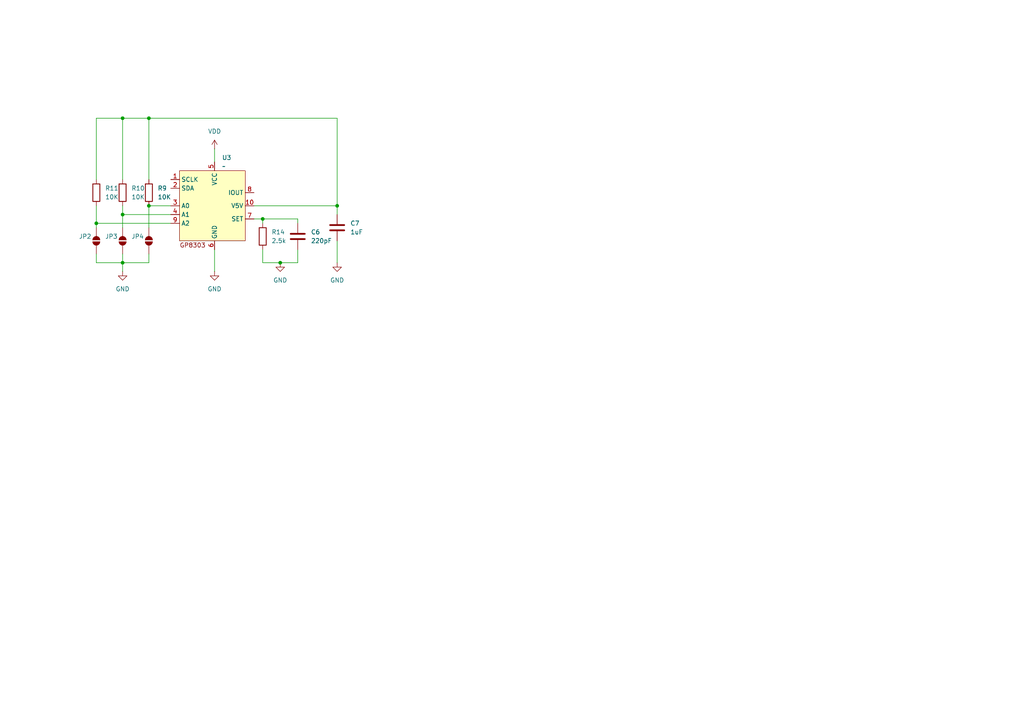
<source format=kicad_sch>
(kicad_sch
	(version 20250114)
	(generator "eeschema")
	(generator_version "9.0")
	(uuid "5851015a-67ad-49a3-81e7-2a7baa2d07e6")
	(paper "A4")
	(lib_symbols
		(symbol "Device:C"
			(pin_numbers
				(hide yes)
			)
			(pin_names
				(offset 0.254)
			)
			(exclude_from_sim no)
			(in_bom yes)
			(on_board yes)
			(property "Reference" "C"
				(at 0.635 2.54 0)
				(effects
					(font
						(size 1.27 1.27)
					)
					(justify left)
				)
			)
			(property "Value" "C"
				(at 0.635 -2.54 0)
				(effects
					(font
						(size 1.27 1.27)
					)
					(justify left)
				)
			)
			(property "Footprint" ""
				(at 0.9652 -3.81 0)
				(effects
					(font
						(size 1.27 1.27)
					)
					(hide yes)
				)
			)
			(property "Datasheet" "~"
				(at 0 0 0)
				(effects
					(font
						(size 1.27 1.27)
					)
					(hide yes)
				)
			)
			(property "Description" "Unpolarized capacitor"
				(at 0 0 0)
				(effects
					(font
						(size 1.27 1.27)
					)
					(hide yes)
				)
			)
			(property "ki_keywords" "cap capacitor"
				(at 0 0 0)
				(effects
					(font
						(size 1.27 1.27)
					)
					(hide yes)
				)
			)
			(property "ki_fp_filters" "C_*"
				(at 0 0 0)
				(effects
					(font
						(size 1.27 1.27)
					)
					(hide yes)
				)
			)
			(symbol "C_0_1"
				(polyline
					(pts
						(xy -2.032 0.762) (xy 2.032 0.762)
					)
					(stroke
						(width 0.508)
						(type default)
					)
					(fill
						(type none)
					)
				)
				(polyline
					(pts
						(xy -2.032 -0.762) (xy 2.032 -0.762)
					)
					(stroke
						(width 0.508)
						(type default)
					)
					(fill
						(type none)
					)
				)
			)
			(symbol "C_1_1"
				(pin passive line
					(at 0 3.81 270)
					(length 2.794)
					(name "~"
						(effects
							(font
								(size 1.27 1.27)
							)
						)
					)
					(number "1"
						(effects
							(font
								(size 1.27 1.27)
							)
						)
					)
				)
				(pin passive line
					(at 0 -3.81 90)
					(length 2.794)
					(name "~"
						(effects
							(font
								(size 1.27 1.27)
							)
						)
					)
					(number "2"
						(effects
							(font
								(size 1.27 1.27)
							)
						)
					)
				)
			)
			(embedded_fonts no)
		)
		(symbol "Device:R"
			(pin_numbers
				(hide yes)
			)
			(pin_names
				(offset 0)
			)
			(exclude_from_sim no)
			(in_bom yes)
			(on_board yes)
			(property "Reference" "R"
				(at 2.032 0 90)
				(effects
					(font
						(size 1.27 1.27)
					)
				)
			)
			(property "Value" "R"
				(at 0 0 90)
				(effects
					(font
						(size 1.27 1.27)
					)
				)
			)
			(property "Footprint" ""
				(at -1.778 0 90)
				(effects
					(font
						(size 1.27 1.27)
					)
					(hide yes)
				)
			)
			(property "Datasheet" "~"
				(at 0 0 0)
				(effects
					(font
						(size 1.27 1.27)
					)
					(hide yes)
				)
			)
			(property "Description" "Resistor"
				(at 0 0 0)
				(effects
					(font
						(size 1.27 1.27)
					)
					(hide yes)
				)
			)
			(property "ki_keywords" "R res resistor"
				(at 0 0 0)
				(effects
					(font
						(size 1.27 1.27)
					)
					(hide yes)
				)
			)
			(property "ki_fp_filters" "R_*"
				(at 0 0 0)
				(effects
					(font
						(size 1.27 1.27)
					)
					(hide yes)
				)
			)
			(symbol "R_0_1"
				(rectangle
					(start -1.016 -2.54)
					(end 1.016 2.54)
					(stroke
						(width 0.254)
						(type default)
					)
					(fill
						(type none)
					)
				)
			)
			(symbol "R_1_1"
				(pin passive line
					(at 0 3.81 270)
					(length 1.27)
					(name "~"
						(effects
							(font
								(size 1.27 1.27)
							)
						)
					)
					(number "1"
						(effects
							(font
								(size 1.27 1.27)
							)
						)
					)
				)
				(pin passive line
					(at 0 -3.81 90)
					(length 1.27)
					(name "~"
						(effects
							(font
								(size 1.27 1.27)
							)
						)
					)
					(number "2"
						(effects
							(font
								(size 1.27 1.27)
							)
						)
					)
				)
			)
			(embedded_fonts no)
		)
		(symbol "Jumper:SolderJumper_2_Open"
			(pin_numbers
				(hide yes)
			)
			(pin_names
				(offset 0)
				(hide yes)
			)
			(exclude_from_sim no)
			(in_bom no)
			(on_board yes)
			(property "Reference" "JP"
				(at 0 2.032 0)
				(effects
					(font
						(size 1.27 1.27)
					)
				)
			)
			(property "Value" "SolderJumper_2_Open"
				(at 0 -2.54 0)
				(effects
					(font
						(size 1.27 1.27)
					)
				)
			)
			(property "Footprint" ""
				(at 0 0 0)
				(effects
					(font
						(size 1.27 1.27)
					)
					(hide yes)
				)
			)
			(property "Datasheet" "~"
				(at 0 0 0)
				(effects
					(font
						(size 1.27 1.27)
					)
					(hide yes)
				)
			)
			(property "Description" "Solder Jumper, 2-pole, open"
				(at 0 0 0)
				(effects
					(font
						(size 1.27 1.27)
					)
					(hide yes)
				)
			)
			(property "ki_keywords" "solder jumper SPST"
				(at 0 0 0)
				(effects
					(font
						(size 1.27 1.27)
					)
					(hide yes)
				)
			)
			(property "ki_fp_filters" "SolderJumper*Open*"
				(at 0 0 0)
				(effects
					(font
						(size 1.27 1.27)
					)
					(hide yes)
				)
			)
			(symbol "SolderJumper_2_Open_0_1"
				(polyline
					(pts
						(xy -0.254 1.016) (xy -0.254 -1.016)
					)
					(stroke
						(width 0)
						(type default)
					)
					(fill
						(type none)
					)
				)
				(arc
					(start -0.254 -1.016)
					(mid -1.2656 0)
					(end -0.254 1.016)
					(stroke
						(width 0)
						(type default)
					)
					(fill
						(type none)
					)
				)
				(arc
					(start -0.254 -1.016)
					(mid -1.2656 0)
					(end -0.254 1.016)
					(stroke
						(width 0)
						(type default)
					)
					(fill
						(type outline)
					)
				)
				(arc
					(start 0.254 1.016)
					(mid 1.2656 0)
					(end 0.254 -1.016)
					(stroke
						(width 0)
						(type default)
					)
					(fill
						(type none)
					)
				)
				(arc
					(start 0.254 1.016)
					(mid 1.2656 0)
					(end 0.254 -1.016)
					(stroke
						(width 0)
						(type default)
					)
					(fill
						(type outline)
					)
				)
				(polyline
					(pts
						(xy 0.254 1.016) (xy 0.254 -1.016)
					)
					(stroke
						(width 0)
						(type default)
					)
					(fill
						(type none)
					)
				)
			)
			(symbol "SolderJumper_2_Open_1_1"
				(pin passive line
					(at -3.81 0 0)
					(length 2.54)
					(name "A"
						(effects
							(font
								(size 1.27 1.27)
							)
						)
					)
					(number "1"
						(effects
							(font
								(size 1.27 1.27)
							)
						)
					)
				)
				(pin passive line
					(at 3.81 0 180)
					(length 2.54)
					(name "B"
						(effects
							(font
								(size 1.27 1.27)
							)
						)
					)
					(number "2"
						(effects
							(font
								(size 1.27 1.27)
							)
						)
					)
				)
			)
			(embedded_fonts no)
		)
		(symbol "Riqi_Parts:GP8303"
			(exclude_from_sim no)
			(in_bom yes)
			(on_board yes)
			(property "Reference" "U"
				(at 0 0 0)
				(effects
					(font
						(size 1.27 1.27)
					)
				)
			)
			(property "Value" ""
				(at 0 0 0)
				(effects
					(font
						(size 1.27 1.27)
					)
				)
			)
			(property "Footprint" "Package_SO:SSOP-10-1EP_3.9x4.9mm_P1mm_EP2.1x3.3mm"
				(at 0 0 0)
				(effects
					(font
						(size 1.27 1.27)
					)
					(hide yes)
				)
			)
			(property "Datasheet" "https://lcsc.com/datasheet/lcsc_datasheet_2410121459_Guestgood-GP8303-TC50-EW_C3445809.pdf"
				(at 0 0 0)
				(effects
					(font
						(size 1.27 1.27)
					)
					(hide yes)
				)
			)
			(property "Description" ""
				(at 0 0 0)
				(effects
					(font
						(size 1.27 1.27)
					)
					(hide yes)
				)
			)
			(symbol "GP8303_1_1"
				(rectangle
					(start -1.27 -1.27)
					(end 17.78 -21.59)
					(stroke
						(width 0)
						(type solid)
					)
					(fill
						(type background)
					)
				)
				(text "GP8303"
					(at 2.54 -22.86 0)
					(effects
						(font
							(size 1.27 1.27)
						)
					)
				)
				(pin input line
					(at -3.81 -3.81 0)
					(length 2.54)
					(name "SCLK"
						(effects
							(font
								(size 1.27 1.27)
							)
						)
					)
					(number "1"
						(effects
							(font
								(size 1.27 1.27)
							)
						)
					)
				)
				(pin input line
					(at -3.81 -6.35 0)
					(length 2.54)
					(name "SDA"
						(effects
							(font
								(size 1.27 1.27)
							)
						)
					)
					(number "2"
						(effects
							(font
								(size 1.27 1.27)
							)
						)
					)
				)
				(pin input line
					(at -3.81 -11.43 0)
					(length 2.54)
					(name "A0"
						(effects
							(font
								(size 1.27 1.27)
							)
						)
					)
					(number "3"
						(effects
							(font
								(size 1.27 1.27)
							)
						)
					)
				)
				(pin input line
					(at -3.81 -13.97 0)
					(length 2.54)
					(name "A1"
						(effects
							(font
								(size 1.27 1.27)
							)
						)
					)
					(number "4"
						(effects
							(font
								(size 1.27 1.27)
							)
						)
					)
				)
				(pin input line
					(at -3.81 -16.51 0)
					(length 2.54)
					(name "A2"
						(effects
							(font
								(size 1.27 1.27)
							)
						)
					)
					(number "9"
						(effects
							(font
								(size 1.27 1.27)
							)
						)
					)
				)
				(pin input line
					(at 8.89 1.27 270)
					(length 2.54)
					(name "VCC"
						(effects
							(font
								(size 1.27 1.27)
							)
						)
					)
					(number "5"
						(effects
							(font
								(size 1.27 1.27)
							)
						)
					)
				)
				(pin input line
					(at 8.89 -24.13 90)
					(length 2.54)
					(name "GND"
						(effects
							(font
								(size 1.27 1.27)
							)
						)
					)
					(number "6"
						(effects
							(font
								(size 1.27 1.27)
							)
						)
					)
				)
				(pin output line
					(at 20.32 -7.62 180)
					(length 2.54)
					(name "IOUT"
						(effects
							(font
								(size 1.27 1.27)
							)
						)
					)
					(number "8"
						(effects
							(font
								(size 1.27 1.27)
							)
						)
					)
				)
				(pin output line
					(at 20.32 -11.43 180)
					(length 2.54)
					(name "V5V"
						(effects
							(font
								(size 1.27 1.27)
							)
						)
					)
					(number "10"
						(effects
							(font
								(size 1.27 1.27)
							)
						)
					)
				)
				(pin output line
					(at 20.32 -15.24 180)
					(length 2.54)
					(name "SET"
						(effects
							(font
								(size 1.27 1.27)
							)
						)
					)
					(number "7"
						(effects
							(font
								(size 1.27 1.27)
							)
						)
					)
				)
			)
			(embedded_fonts no)
		)
		(symbol "power:GND"
			(power)
			(pin_numbers
				(hide yes)
			)
			(pin_names
				(offset 0)
				(hide yes)
			)
			(exclude_from_sim no)
			(in_bom yes)
			(on_board yes)
			(property "Reference" "#PWR"
				(at 0 -6.35 0)
				(effects
					(font
						(size 1.27 1.27)
					)
					(hide yes)
				)
			)
			(property "Value" "GND"
				(at 0 -3.81 0)
				(effects
					(font
						(size 1.27 1.27)
					)
				)
			)
			(property "Footprint" ""
				(at 0 0 0)
				(effects
					(font
						(size 1.27 1.27)
					)
					(hide yes)
				)
			)
			(property "Datasheet" ""
				(at 0 0 0)
				(effects
					(font
						(size 1.27 1.27)
					)
					(hide yes)
				)
			)
			(property "Description" "Power symbol creates a global label with name \"GND\" , ground"
				(at 0 0 0)
				(effects
					(font
						(size 1.27 1.27)
					)
					(hide yes)
				)
			)
			(property "ki_keywords" "global power"
				(at 0 0 0)
				(effects
					(font
						(size 1.27 1.27)
					)
					(hide yes)
				)
			)
			(symbol "GND_0_1"
				(polyline
					(pts
						(xy 0 0) (xy 0 -1.27) (xy 1.27 -1.27) (xy 0 -2.54) (xy -1.27 -1.27) (xy 0 -1.27)
					)
					(stroke
						(width 0)
						(type default)
					)
					(fill
						(type none)
					)
				)
			)
			(symbol "GND_1_1"
				(pin power_in line
					(at 0 0 270)
					(length 0)
					(name "~"
						(effects
							(font
								(size 1.27 1.27)
							)
						)
					)
					(number "1"
						(effects
							(font
								(size 1.27 1.27)
							)
						)
					)
				)
			)
			(embedded_fonts no)
		)
		(symbol "power:VDD"
			(power)
			(pin_numbers
				(hide yes)
			)
			(pin_names
				(offset 0)
				(hide yes)
			)
			(exclude_from_sim no)
			(in_bom yes)
			(on_board yes)
			(property "Reference" "#PWR"
				(at 0 -3.81 0)
				(effects
					(font
						(size 1.27 1.27)
					)
					(hide yes)
				)
			)
			(property "Value" "VDD"
				(at 0 3.556 0)
				(effects
					(font
						(size 1.27 1.27)
					)
				)
			)
			(property "Footprint" ""
				(at 0 0 0)
				(effects
					(font
						(size 1.27 1.27)
					)
					(hide yes)
				)
			)
			(property "Datasheet" ""
				(at 0 0 0)
				(effects
					(font
						(size 1.27 1.27)
					)
					(hide yes)
				)
			)
			(property "Description" "Power symbol creates a global label with name \"VDD\""
				(at 0 0 0)
				(effects
					(font
						(size 1.27 1.27)
					)
					(hide yes)
				)
			)
			(property "ki_keywords" "global power"
				(at 0 0 0)
				(effects
					(font
						(size 1.27 1.27)
					)
					(hide yes)
				)
			)
			(symbol "VDD_0_1"
				(polyline
					(pts
						(xy -0.762 1.27) (xy 0 2.54)
					)
					(stroke
						(width 0)
						(type default)
					)
					(fill
						(type none)
					)
				)
				(polyline
					(pts
						(xy 0 2.54) (xy 0.762 1.27)
					)
					(stroke
						(width 0)
						(type default)
					)
					(fill
						(type none)
					)
				)
				(polyline
					(pts
						(xy 0 0) (xy 0 2.54)
					)
					(stroke
						(width 0)
						(type default)
					)
					(fill
						(type none)
					)
				)
			)
			(symbol "VDD_1_1"
				(pin power_in line
					(at 0 0 90)
					(length 0)
					(name "~"
						(effects
							(font
								(size 1.27 1.27)
							)
						)
					)
					(number "1"
						(effects
							(font
								(size 1.27 1.27)
							)
						)
					)
				)
			)
			(embedded_fonts no)
		)
	)
	(junction
		(at 43.18 34.29)
		(diameter 0)
		(color 0 0 0 0)
		(uuid "1483b53a-ce72-425d-b2fb-8c3bfdaeba1e")
	)
	(junction
		(at 76.2 63.5)
		(diameter 0)
		(color 0 0 0 0)
		(uuid "1514ee19-4a83-44f9-9f12-83e36c594285")
	)
	(junction
		(at 81.28 76.2)
		(diameter 0)
		(color 0 0 0 0)
		(uuid "15e16c8c-20da-48cd-92d3-19afbf948ca6")
	)
	(junction
		(at 43.18 59.69)
		(diameter 0)
		(color 0 0 0 0)
		(uuid "28be4fd8-84f2-422b-a8d2-a7743a6e68c9")
	)
	(junction
		(at 97.79 59.69)
		(diameter 0)
		(color 0 0 0 0)
		(uuid "710d47e7-d7d5-4767-8100-348a346fe3e9")
	)
	(junction
		(at 35.56 34.29)
		(diameter 0)
		(color 0 0 0 0)
		(uuid "828fe75b-4860-4ea3-9b56-5e851a4cf230")
	)
	(junction
		(at 27.94 64.77)
		(diameter 0)
		(color 0 0 0 0)
		(uuid "982d4c27-b268-48ff-b153-a81e8eada352")
	)
	(junction
		(at 35.56 76.2)
		(diameter 0)
		(color 0 0 0 0)
		(uuid "de68ff61-ab8f-416d-8629-c2bd66deefa9")
	)
	(junction
		(at 35.56 62.23)
		(diameter 0)
		(color 0 0 0 0)
		(uuid "ece5b8f2-a9ed-4e92-92cd-05c887a50c07")
	)
	(wire
		(pts
			(xy 35.56 73.66) (xy 35.56 76.2)
		)
		(stroke
			(width 0)
			(type default)
		)
		(uuid "05156d79-8398-4d35-9b02-9ed245d150d9")
	)
	(wire
		(pts
			(xy 35.56 52.07) (xy 35.56 34.29)
		)
		(stroke
			(width 0)
			(type default)
		)
		(uuid "21e0b36a-2a0e-496c-9506-d75f70be9234")
	)
	(wire
		(pts
			(xy 73.66 63.5) (xy 76.2 63.5)
		)
		(stroke
			(width 0)
			(type default)
		)
		(uuid "2c719df0-7107-4e96-8f7c-7ca8d0d1a4b6")
	)
	(wire
		(pts
			(xy 27.94 73.66) (xy 27.94 76.2)
		)
		(stroke
			(width 0)
			(type default)
		)
		(uuid "2ebd3b29-57ba-4cbb-af86-4e1dcaa55cfc")
	)
	(wire
		(pts
			(xy 86.36 72.39) (xy 86.36 76.2)
		)
		(stroke
			(width 0)
			(type default)
		)
		(uuid "3d4ed7bd-7a03-4b31-9664-572fba4f86c0")
	)
	(wire
		(pts
			(xy 27.94 64.77) (xy 27.94 66.04)
		)
		(stroke
			(width 0)
			(type default)
		)
		(uuid "40b350c2-e25e-47aa-887b-0b9f133493c5")
	)
	(wire
		(pts
			(xy 35.56 62.23) (xy 35.56 66.04)
		)
		(stroke
			(width 0)
			(type default)
		)
		(uuid "4d94e4a8-1e22-41a8-925e-b7885e83f995")
	)
	(wire
		(pts
			(xy 86.36 76.2) (xy 81.28 76.2)
		)
		(stroke
			(width 0)
			(type default)
		)
		(uuid "59fecc62-7237-4bf9-affc-114027b519a4")
	)
	(wire
		(pts
			(xy 35.56 76.2) (xy 43.18 76.2)
		)
		(stroke
			(width 0)
			(type default)
		)
		(uuid "61e619d2-37a8-4694-b02f-94c4f7529071")
	)
	(wire
		(pts
			(xy 76.2 63.5) (xy 86.36 63.5)
		)
		(stroke
			(width 0)
			(type default)
		)
		(uuid "6dbc13a7-e245-4f59-b88a-82f880689e80")
	)
	(wire
		(pts
			(xy 73.66 59.69) (xy 97.79 59.69)
		)
		(stroke
			(width 0)
			(type default)
		)
		(uuid "7182fa5e-fd81-4769-9586-4875c09db57a")
	)
	(wire
		(pts
			(xy 97.79 62.23) (xy 97.79 59.69)
		)
		(stroke
			(width 0)
			(type default)
		)
		(uuid "74968e71-2e87-4c31-bb16-c834f01b9181")
	)
	(wire
		(pts
			(xy 27.94 52.07) (xy 27.94 34.29)
		)
		(stroke
			(width 0)
			(type default)
		)
		(uuid "86b53324-d018-4a13-8d7a-41e51d3577c7")
	)
	(wire
		(pts
			(xy 27.94 34.29) (xy 35.56 34.29)
		)
		(stroke
			(width 0)
			(type default)
		)
		(uuid "90589d06-685e-4ed9-b1e9-d851d2adc65e")
	)
	(wire
		(pts
			(xy 97.79 34.29) (xy 97.79 59.69)
		)
		(stroke
			(width 0)
			(type default)
		)
		(uuid "91180196-99ff-41bb-8d7f-937a333d650d")
	)
	(wire
		(pts
			(xy 27.94 76.2) (xy 35.56 76.2)
		)
		(stroke
			(width 0)
			(type default)
		)
		(uuid "91b1796c-3469-4434-98ac-e37337da7c6d")
	)
	(wire
		(pts
			(xy 35.56 59.69) (xy 35.56 62.23)
		)
		(stroke
			(width 0)
			(type default)
		)
		(uuid "95bcebbf-ba23-4a0f-b98f-5598b35364f9")
	)
	(wire
		(pts
			(xy 62.23 72.39) (xy 62.23 78.74)
		)
		(stroke
			(width 0)
			(type default)
		)
		(uuid "992c68d4-5983-4f70-8dd1-3343529126be")
	)
	(wire
		(pts
			(xy 43.18 59.69) (xy 49.53 59.69)
		)
		(stroke
			(width 0)
			(type default)
		)
		(uuid "9e6452d0-daf7-4f26-97ed-1bc1865bf880")
	)
	(wire
		(pts
			(xy 35.56 34.29) (xy 43.18 34.29)
		)
		(stroke
			(width 0)
			(type default)
		)
		(uuid "9f7bbf81-eb7f-4782-98c1-e1ef36758338")
	)
	(wire
		(pts
			(xy 43.18 59.69) (xy 43.18 66.04)
		)
		(stroke
			(width 0)
			(type default)
		)
		(uuid "adad24e1-5a69-4d5d-9721-56857677ee57")
	)
	(wire
		(pts
			(xy 27.94 59.69) (xy 27.94 64.77)
		)
		(stroke
			(width 0)
			(type default)
		)
		(uuid "add415bb-b3dd-4ff2-84a6-2f2e9cb0b2b7")
	)
	(wire
		(pts
			(xy 97.79 69.85) (xy 97.79 76.2)
		)
		(stroke
			(width 0)
			(type default)
		)
		(uuid "b4e105fc-3efb-4ca9-8b1d-fd8ce770ab9d")
	)
	(wire
		(pts
			(xy 43.18 34.29) (xy 97.79 34.29)
		)
		(stroke
			(width 0)
			(type default)
		)
		(uuid "b8681cb4-1bf2-4467-87f5-80fe125599c4")
	)
	(wire
		(pts
			(xy 62.23 43.18) (xy 62.23 46.99)
		)
		(stroke
			(width 0)
			(type default)
		)
		(uuid "b9963ac7-ec17-45f7-8f71-0527b01cb628")
	)
	(wire
		(pts
			(xy 76.2 63.5) (xy 76.2 64.77)
		)
		(stroke
			(width 0)
			(type default)
		)
		(uuid "c5c294ab-4d19-4a28-8339-28a8bf0dfa4a")
	)
	(wire
		(pts
			(xy 76.2 72.39) (xy 76.2 76.2)
		)
		(stroke
			(width 0)
			(type default)
		)
		(uuid "c6064c05-d813-4756-8b05-2a4bbeb6fd49")
	)
	(wire
		(pts
			(xy 43.18 73.66) (xy 43.18 76.2)
		)
		(stroke
			(width 0)
			(type default)
		)
		(uuid "d1ff87cc-e233-4835-97f1-6bc7475ca2e5")
	)
	(wire
		(pts
			(xy 35.56 76.2) (xy 35.56 78.74)
		)
		(stroke
			(width 0)
			(type default)
		)
		(uuid "d2fadd98-d64f-40e2-8ff7-2235bb3c8153")
	)
	(wire
		(pts
			(xy 27.94 64.77) (xy 49.53 64.77)
		)
		(stroke
			(width 0)
			(type default)
		)
		(uuid "d5bd0c5e-3e62-4ae6-ae7f-a0470b6ccdc1")
	)
	(wire
		(pts
			(xy 35.56 62.23) (xy 49.53 62.23)
		)
		(stroke
			(width 0)
			(type default)
		)
		(uuid "f795a06a-fc8e-47b3-9d9e-644efbe5c75e")
	)
	(wire
		(pts
			(xy 76.2 76.2) (xy 81.28 76.2)
		)
		(stroke
			(width 0)
			(type default)
		)
		(uuid "fa094444-aeef-49fa-b864-8d405e0de8ae")
	)
	(wire
		(pts
			(xy 86.36 64.77) (xy 86.36 63.5)
		)
		(stroke
			(width 0)
			(type default)
		)
		(uuid "fb87c5bb-d4b1-495f-aeeb-35abebb2822f")
	)
	(wire
		(pts
			(xy 43.18 52.07) (xy 43.18 34.29)
		)
		(stroke
			(width 0)
			(type default)
		)
		(uuid "fd371a26-8026-44e8-9276-100b4ec2e4e9")
	)
	(symbol
		(lib_id "Riqi_Parts:GP8303")
		(at 53.34 48.26 0)
		(unit 1)
		(exclude_from_sim no)
		(in_bom yes)
		(on_board yes)
		(dnp no)
		(fields_autoplaced yes)
		(uuid "007c8415-3d08-4638-960c-d4e6ceb71c1c")
		(property "Reference" "U3"
			(at 64.3733 45.72 0)
			(effects
				(font
					(size 1.27 1.27)
				)
				(justify left)
			)
		)
		(property "Value" "~"
			(at 64.3733 48.26 0)
			(effects
				(font
					(size 1.27 1.27)
				)
				(justify left)
			)
		)
		(property "Footprint" "Package_SO:SSOP-10-1EP_3.9x4.9mm_P1mm_EP2.1x3.3mm"
			(at 53.34 48.26 0)
			(effects
				(font
					(size 1.27 1.27)
				)
				(hide yes)
			)
		)
		(property "Datasheet" "https://lcsc.com/datasheet/lcsc_datasheet_2410121459_Guestgood-GP8303-TC50-EW_C3445809.pdf"
			(at 53.34 48.26 0)
			(effects
				(font
					(size 1.27 1.27)
				)
				(hide yes)
			)
		)
		(property "Description" ""
			(at 53.34 48.26 0)
			(effects
				(font
					(size 1.27 1.27)
				)
				(hide yes)
			)
		)
		(pin "4"
			(uuid "fd1ef693-8ffe-4b2d-b956-22e8a02e38ae")
		)
		(pin "3"
			(uuid "9b26f199-f01f-4d19-a7ce-c22d4326d0bb")
		)
		(pin "7"
			(uuid "b0943bc5-7c1e-4055-a13b-8818c7985fb8")
		)
		(pin "1"
			(uuid "6a510f9e-9fa2-46f0-8113-0ccacfdde44c")
		)
		(pin "5"
			(uuid "6526d7c7-fa39-4f51-a0c7-555c393e5984")
		)
		(pin "6"
			(uuid "8e6dd54e-fbba-42ce-81ff-ebcba15ff08a")
		)
		(pin "9"
			(uuid "d6b2f7d9-588d-439e-8003-fd6a3859d700")
		)
		(pin "8"
			(uuid "5c2f88a3-da3d-49aa-ae3b-1d37ea5970c1")
		)
		(pin "2"
			(uuid "05e097c5-8771-414d-9cea-dfa5c578b812")
		)
		(pin "10"
			(uuid "95140aa7-2de8-4426-b0d7-f41de7ce050b")
		)
		(instances
			(project "NIVARA"
				(path "/3316800a-fcca-41ca-9023-20b291ea5b86/c0cd373c-de7c-400a-b964-13d674a357ce/7ca2ab17-9c0c-4ac1-bb9d-b00bb7e3789b"
					(reference "U3")
					(unit 1)
				)
			)
		)
	)
	(symbol
		(lib_id "power:GND")
		(at 62.23 78.74 0)
		(unit 1)
		(exclude_from_sim no)
		(in_bom yes)
		(on_board yes)
		(dnp no)
		(fields_autoplaced yes)
		(uuid "0b7be21f-607b-4efa-a89d-cec6a0dbb527")
		(property "Reference" "#PWR034"
			(at 62.23 85.09 0)
			(effects
				(font
					(size 1.27 1.27)
				)
				(hide yes)
			)
		)
		(property "Value" "GND"
			(at 62.23 83.82 0)
			(effects
				(font
					(size 1.27 1.27)
				)
			)
		)
		(property "Footprint" ""
			(at 62.23 78.74 0)
			(effects
				(font
					(size 1.27 1.27)
				)
				(hide yes)
			)
		)
		(property "Datasheet" ""
			(at 62.23 78.74 0)
			(effects
				(font
					(size 1.27 1.27)
				)
				(hide yes)
			)
		)
		(property "Description" "Power symbol creates a global label with name \"GND\" , ground"
			(at 62.23 78.74 0)
			(effects
				(font
					(size 1.27 1.27)
				)
				(hide yes)
			)
		)
		(pin "1"
			(uuid "80f611f1-921c-4e34-a31c-bda869e80f66")
		)
		(instances
			(project "NIVARA"
				(path "/3316800a-fcca-41ca-9023-20b291ea5b86/c0cd373c-de7c-400a-b964-13d674a357ce/7ca2ab17-9c0c-4ac1-bb9d-b00bb7e3789b"
					(reference "#PWR034")
					(unit 1)
				)
			)
		)
	)
	(symbol
		(lib_id "power:VDD")
		(at 62.23 43.18 0)
		(unit 1)
		(exclude_from_sim no)
		(in_bom yes)
		(on_board yes)
		(dnp no)
		(fields_autoplaced yes)
		(uuid "1ca8209e-3d4a-4fea-9141-d10af8e40912")
		(property "Reference" "#PWR015"
			(at 62.23 46.99 0)
			(effects
				(font
					(size 1.27 1.27)
				)
				(hide yes)
			)
		)
		(property "Value" "VDD"
			(at 62.23 38.1 0)
			(effects
				(font
					(size 1.27 1.27)
				)
			)
		)
		(property "Footprint" ""
			(at 62.23 43.18 0)
			(effects
				(font
					(size 1.27 1.27)
				)
				(hide yes)
			)
		)
		(property "Datasheet" ""
			(at 62.23 43.18 0)
			(effects
				(font
					(size 1.27 1.27)
				)
				(hide yes)
			)
		)
		(property "Description" "Power symbol creates a global label with name \"VDD\""
			(at 62.23 43.18 0)
			(effects
				(font
					(size 1.27 1.27)
				)
				(hide yes)
			)
		)
		(pin "1"
			(uuid "be7c0af1-58b1-406c-a1e5-ecb2da48a3ee")
		)
		(instances
			(project ""
				(path "/3316800a-fcca-41ca-9023-20b291ea5b86/c0cd373c-de7c-400a-b964-13d674a357ce/7ca2ab17-9c0c-4ac1-bb9d-b00bb7e3789b"
					(reference "#PWR015")
					(unit 1)
				)
			)
		)
	)
	(symbol
		(lib_id "power:GND")
		(at 35.56 78.74 0)
		(unit 1)
		(exclude_from_sim no)
		(in_bom yes)
		(on_board yes)
		(dnp no)
		(fields_autoplaced yes)
		(uuid "37cbe913-8f69-41dc-9a8f-3ec97a876ceb")
		(property "Reference" "#PWR033"
			(at 35.56 85.09 0)
			(effects
				(font
					(size 1.27 1.27)
				)
				(hide yes)
			)
		)
		(property "Value" "GND"
			(at 35.56 83.82 0)
			(effects
				(font
					(size 1.27 1.27)
				)
			)
		)
		(property "Footprint" ""
			(at 35.56 78.74 0)
			(effects
				(font
					(size 1.27 1.27)
				)
				(hide yes)
			)
		)
		(property "Datasheet" ""
			(at 35.56 78.74 0)
			(effects
				(font
					(size 1.27 1.27)
				)
				(hide yes)
			)
		)
		(property "Description" "Power symbol creates a global label with name \"GND\" , ground"
			(at 35.56 78.74 0)
			(effects
				(font
					(size 1.27 1.27)
				)
				(hide yes)
			)
		)
		(pin "1"
			(uuid "77c8a16b-a1c8-46ec-ad18-a6b4dff4837c")
		)
		(instances
			(project "NIVARA"
				(path "/3316800a-fcca-41ca-9023-20b291ea5b86/c0cd373c-de7c-400a-b964-13d674a357ce/7ca2ab17-9c0c-4ac1-bb9d-b00bb7e3789b"
					(reference "#PWR033")
					(unit 1)
				)
			)
		)
	)
	(symbol
		(lib_id "Device:R")
		(at 35.56 55.88 0)
		(unit 1)
		(exclude_from_sim no)
		(in_bom yes)
		(on_board yes)
		(dnp no)
		(fields_autoplaced yes)
		(uuid "456eacd6-bfe8-4659-954b-7dd5dc2274f5")
		(property "Reference" "R10"
			(at 38.1 54.6099 0)
			(effects
				(font
					(size 1.27 1.27)
				)
				(justify left)
			)
		)
		(property "Value" "10K"
			(at 38.1 57.1499 0)
			(effects
				(font
					(size 1.27 1.27)
				)
				(justify left)
			)
		)
		(property "Footprint" ""
			(at 33.782 55.88 90)
			(effects
				(font
					(size 1.27 1.27)
				)
				(hide yes)
			)
		)
		(property "Datasheet" "~"
			(at 35.56 55.88 0)
			(effects
				(font
					(size 1.27 1.27)
				)
				(hide yes)
			)
		)
		(property "Description" "Resistor"
			(at 35.56 55.88 0)
			(effects
				(font
					(size 1.27 1.27)
				)
				(hide yes)
			)
		)
		(pin "2"
			(uuid "07b28f02-6925-4aed-962c-ea70d393a944")
		)
		(pin "1"
			(uuid "32cde05c-974e-4107-9ce3-2bb02c0ac3af")
		)
		(instances
			(project "NIVARA"
				(path "/3316800a-fcca-41ca-9023-20b291ea5b86/c0cd373c-de7c-400a-b964-13d674a357ce/7ca2ab17-9c0c-4ac1-bb9d-b00bb7e3789b"
					(reference "R10")
					(unit 1)
				)
			)
		)
	)
	(symbol
		(lib_id "Jumper:SolderJumper_2_Open")
		(at 35.56 69.85 90)
		(unit 1)
		(exclude_from_sim no)
		(in_bom no)
		(on_board yes)
		(dnp no)
		(uuid "4a59fcc3-4751-45c4-9c24-c5bc32ca0640")
		(property "Reference" "JP3"
			(at 30.48 68.58 90)
			(effects
				(font
					(size 1.27 1.27)
				)
				(justify right)
			)
		)
		(property "Value" "SolderJumper_2_Open"
			(at 38.1 71.1199 90)
			(effects
				(font
					(size 1.27 1.27)
				)
				(justify right)
				(hide yes)
			)
		)
		(property "Footprint" "Jumper:SolderJumper-2_P1.3mm_Open_Pad1.0x1.5mm"
			(at 35.56 69.85 0)
			(effects
				(font
					(size 1.27 1.27)
				)
				(hide yes)
			)
		)
		(property "Datasheet" "~"
			(at 35.56 69.85 0)
			(effects
				(font
					(size 1.27 1.27)
				)
				(hide yes)
			)
		)
		(property "Description" "Solder Jumper, 2-pole, open"
			(at 35.56 69.85 0)
			(effects
				(font
					(size 1.27 1.27)
				)
				(hide yes)
			)
		)
		(pin "1"
			(uuid "72b626b6-2ea4-4b88-936a-e26ffa72cfda")
		)
		(pin "2"
			(uuid "4b8fc940-156c-435e-b0ac-f81dbab035bd")
		)
		(instances
			(project "NIVARA"
				(path "/3316800a-fcca-41ca-9023-20b291ea5b86/c0cd373c-de7c-400a-b964-13d674a357ce/7ca2ab17-9c0c-4ac1-bb9d-b00bb7e3789b"
					(reference "JP3")
					(unit 1)
				)
			)
		)
	)
	(symbol
		(lib_id "Device:R")
		(at 76.2 68.58 0)
		(unit 1)
		(exclude_from_sim no)
		(in_bom yes)
		(on_board yes)
		(dnp no)
		(fields_autoplaced yes)
		(uuid "5adf58bb-d962-4ad8-8289-65d380ca31d7")
		(property "Reference" "R14"
			(at 78.74 67.3099 0)
			(effects
				(font
					(size 1.27 1.27)
				)
				(justify left)
			)
		)
		(property "Value" "2.5k"
			(at 78.74 69.8499 0)
			(effects
				(font
					(size 1.27 1.27)
				)
				(justify left)
			)
		)
		(property "Footprint" "Resistor_SMD:R_0603_1608Metric"
			(at 74.422 68.58 90)
			(effects
				(font
					(size 1.27 1.27)
				)
				(hide yes)
			)
		)
		(property "Datasheet" "~"
			(at 76.2 68.58 0)
			(effects
				(font
					(size 1.27 1.27)
				)
				(hide yes)
			)
		)
		(property "Description" "Resistor"
			(at 76.2 68.58 0)
			(effects
				(font
					(size 1.27 1.27)
				)
				(hide yes)
			)
		)
		(pin "2"
			(uuid "830a4fc7-a857-49d8-9ef5-3f38f9a55a8d")
		)
		(pin "1"
			(uuid "89469df5-0cbf-401b-a5d8-9dd5ae8e68cb")
		)
		(instances
			(project "NIVARA"
				(path "/3316800a-fcca-41ca-9023-20b291ea5b86/c0cd373c-de7c-400a-b964-13d674a357ce/7ca2ab17-9c0c-4ac1-bb9d-b00bb7e3789b"
					(reference "R14")
					(unit 1)
				)
			)
		)
	)
	(symbol
		(lib_id "Device:C")
		(at 97.79 66.04 0)
		(unit 1)
		(exclude_from_sim no)
		(in_bom yes)
		(on_board yes)
		(dnp no)
		(fields_autoplaced yes)
		(uuid "76c0ce2a-efb2-43cf-acfe-569396b81e2e")
		(property "Reference" "C7"
			(at 101.6 64.7699 0)
			(effects
				(font
					(size 1.27 1.27)
				)
				(justify left)
			)
		)
		(property "Value" "1uF"
			(at 101.6 67.3099 0)
			(effects
				(font
					(size 1.27 1.27)
				)
				(justify left)
			)
		)
		(property "Footprint" "Capacitor_SMD:C_0402_1005Metric"
			(at 98.7552 69.85 0)
			(effects
				(font
					(size 1.27 1.27)
				)
				(hide yes)
			)
		)
		(property "Datasheet" "~"
			(at 97.79 66.04 0)
			(effects
				(font
					(size 1.27 1.27)
				)
				(hide yes)
			)
		)
		(property "Description" "Unpolarized capacitor"
			(at 97.79 66.04 0)
			(effects
				(font
					(size 1.27 1.27)
				)
				(hide yes)
			)
		)
		(pin "1"
			(uuid "1d1455f0-62dd-4cb9-a737-fa697c12834a")
		)
		(pin "2"
			(uuid "81d712b2-f3b0-4f05-a591-0ee0df262a0e")
		)
		(instances
			(project "NIVARA"
				(path "/3316800a-fcca-41ca-9023-20b291ea5b86/c0cd373c-de7c-400a-b964-13d674a357ce/7ca2ab17-9c0c-4ac1-bb9d-b00bb7e3789b"
					(reference "C7")
					(unit 1)
				)
			)
		)
	)
	(symbol
		(lib_id "power:GND")
		(at 97.79 76.2 0)
		(unit 1)
		(exclude_from_sim no)
		(in_bom yes)
		(on_board yes)
		(dnp no)
		(fields_autoplaced yes)
		(uuid "77c33b66-ed88-4871-b882-2f521a10c5ad")
		(property "Reference" "#PWR036"
			(at 97.79 82.55 0)
			(effects
				(font
					(size 1.27 1.27)
				)
				(hide yes)
			)
		)
		(property "Value" "GND"
			(at 97.79 81.28 0)
			(effects
				(font
					(size 1.27 1.27)
				)
			)
		)
		(property "Footprint" ""
			(at 97.79 76.2 0)
			(effects
				(font
					(size 1.27 1.27)
				)
				(hide yes)
			)
		)
		(property "Datasheet" ""
			(at 97.79 76.2 0)
			(effects
				(font
					(size 1.27 1.27)
				)
				(hide yes)
			)
		)
		(property "Description" "Power symbol creates a global label with name \"GND\" , ground"
			(at 97.79 76.2 0)
			(effects
				(font
					(size 1.27 1.27)
				)
				(hide yes)
			)
		)
		(pin "1"
			(uuid "251a5c69-55b4-41ac-9a63-b1c44adbcec3")
		)
		(instances
			(project "NIVARA"
				(path "/3316800a-fcca-41ca-9023-20b291ea5b86/c0cd373c-de7c-400a-b964-13d674a357ce/7ca2ab17-9c0c-4ac1-bb9d-b00bb7e3789b"
					(reference "#PWR036")
					(unit 1)
				)
			)
		)
	)
	(symbol
		(lib_id "Jumper:SolderJumper_2_Open")
		(at 43.18 69.85 90)
		(unit 1)
		(exclude_from_sim no)
		(in_bom no)
		(on_board yes)
		(dnp no)
		(uuid "7a005bcf-5786-440f-b4ba-b0f7ed24d68b")
		(property "Reference" "JP4"
			(at 38.1 68.58 90)
			(effects
				(font
					(size 1.27 1.27)
				)
				(justify right)
			)
		)
		(property "Value" "SolderJumper_2_Open"
			(at 45.72 71.1199 90)
			(effects
				(font
					(size 1.27 1.27)
				)
				(justify right)
				(hide yes)
			)
		)
		(property "Footprint" "Jumper:SolderJumper-2_P1.3mm_Open_Pad1.0x1.5mm"
			(at 43.18 69.85 0)
			(effects
				(font
					(size 1.27 1.27)
				)
				(hide yes)
			)
		)
		(property "Datasheet" "~"
			(at 43.18 69.85 0)
			(effects
				(font
					(size 1.27 1.27)
				)
				(hide yes)
			)
		)
		(property "Description" "Solder Jumper, 2-pole, open"
			(at 43.18 69.85 0)
			(effects
				(font
					(size 1.27 1.27)
				)
				(hide yes)
			)
		)
		(pin "1"
			(uuid "b3774bee-a53e-4a29-ae0d-32c8c77041bc")
		)
		(pin "2"
			(uuid "f20d7dcd-83ba-4733-bde8-e9e83b9c5c65")
		)
		(instances
			(project "NIVARA"
				(path "/3316800a-fcca-41ca-9023-20b291ea5b86/c0cd373c-de7c-400a-b964-13d674a357ce/7ca2ab17-9c0c-4ac1-bb9d-b00bb7e3789b"
					(reference "JP4")
					(unit 1)
				)
			)
		)
	)
	(symbol
		(lib_id "Device:R")
		(at 43.18 55.88 0)
		(unit 1)
		(exclude_from_sim no)
		(in_bom yes)
		(on_board yes)
		(dnp no)
		(fields_autoplaced yes)
		(uuid "88d7eb93-c0bc-458d-adfa-3226f5e57658")
		(property "Reference" "R9"
			(at 45.72 54.6099 0)
			(effects
				(font
					(size 1.27 1.27)
				)
				(justify left)
			)
		)
		(property "Value" "10K"
			(at 45.72 57.1499 0)
			(effects
				(font
					(size 1.27 1.27)
				)
				(justify left)
			)
		)
		(property "Footprint" ""
			(at 41.402 55.88 90)
			(effects
				(font
					(size 1.27 1.27)
				)
				(hide yes)
			)
		)
		(property "Datasheet" "~"
			(at 43.18 55.88 0)
			(effects
				(font
					(size 1.27 1.27)
				)
				(hide yes)
			)
		)
		(property "Description" "Resistor"
			(at 43.18 55.88 0)
			(effects
				(font
					(size 1.27 1.27)
				)
				(hide yes)
			)
		)
		(pin "2"
			(uuid "ba50f419-61b7-44bb-9c5b-8681ea8696e6")
		)
		(pin "1"
			(uuid "817597c4-5b73-46ab-b9c8-cc512232bab4")
		)
		(instances
			(project ""
				(path "/3316800a-fcca-41ca-9023-20b291ea5b86/c0cd373c-de7c-400a-b964-13d674a357ce/7ca2ab17-9c0c-4ac1-bb9d-b00bb7e3789b"
					(reference "R9")
					(unit 1)
				)
			)
		)
	)
	(symbol
		(lib_id "Jumper:SolderJumper_2_Open")
		(at 27.94 69.85 90)
		(unit 1)
		(exclude_from_sim no)
		(in_bom no)
		(on_board yes)
		(dnp no)
		(uuid "8a4b8e75-d0f4-4be0-8570-8bf5389d3dab")
		(property "Reference" "JP2"
			(at 22.86 68.58 90)
			(effects
				(font
					(size 1.27 1.27)
				)
				(justify right)
			)
		)
		(property "Value" "SolderJumper_2_Open"
			(at 30.48 71.1199 90)
			(effects
				(font
					(size 1.27 1.27)
				)
				(justify right)
				(hide yes)
			)
		)
		(property "Footprint" "Jumper:SolderJumper-2_P1.3mm_Open_Pad1.0x1.5mm"
			(at 27.94 69.85 0)
			(effects
				(font
					(size 1.27 1.27)
				)
				(hide yes)
			)
		)
		(property "Datasheet" "~"
			(at 27.94 69.85 0)
			(effects
				(font
					(size 1.27 1.27)
				)
				(hide yes)
			)
		)
		(property "Description" "Solder Jumper, 2-pole, open"
			(at 27.94 69.85 0)
			(effects
				(font
					(size 1.27 1.27)
				)
				(hide yes)
			)
		)
		(pin "1"
			(uuid "b9837641-9906-4a47-a20c-02bef32f6f4f")
		)
		(pin "2"
			(uuid "2c2e7515-0aa3-407b-849a-23ab93cca7b7")
		)
		(instances
			(project "NIVARA"
				(path "/3316800a-fcca-41ca-9023-20b291ea5b86/c0cd373c-de7c-400a-b964-13d674a357ce/7ca2ab17-9c0c-4ac1-bb9d-b00bb7e3789b"
					(reference "JP2")
					(unit 1)
				)
			)
		)
	)
	(symbol
		(lib_id "power:GND")
		(at 81.28 76.2 0)
		(unit 1)
		(exclude_from_sim no)
		(in_bom yes)
		(on_board yes)
		(dnp no)
		(fields_autoplaced yes)
		(uuid "9c0e16dc-bee8-469b-86f5-571b190a61a7")
		(property "Reference" "#PWR035"
			(at 81.28 82.55 0)
			(effects
				(font
					(size 1.27 1.27)
				)
				(hide yes)
			)
		)
		(property "Value" "GND"
			(at 81.28 81.28 0)
			(effects
				(font
					(size 1.27 1.27)
				)
			)
		)
		(property "Footprint" ""
			(at 81.28 76.2 0)
			(effects
				(font
					(size 1.27 1.27)
				)
				(hide yes)
			)
		)
		(property "Datasheet" ""
			(at 81.28 76.2 0)
			(effects
				(font
					(size 1.27 1.27)
				)
				(hide yes)
			)
		)
		(property "Description" "Power symbol creates a global label with name \"GND\" , ground"
			(at 81.28 76.2 0)
			(effects
				(font
					(size 1.27 1.27)
				)
				(hide yes)
			)
		)
		(pin "1"
			(uuid "c534d1c8-13f9-4343-a695-3a943863cdc4")
		)
		(instances
			(project "NIVARA"
				(path "/3316800a-fcca-41ca-9023-20b291ea5b86/c0cd373c-de7c-400a-b964-13d674a357ce/7ca2ab17-9c0c-4ac1-bb9d-b00bb7e3789b"
					(reference "#PWR035")
					(unit 1)
				)
			)
		)
	)
	(symbol
		(lib_id "Device:R")
		(at 27.94 55.88 0)
		(unit 1)
		(exclude_from_sim no)
		(in_bom yes)
		(on_board yes)
		(dnp no)
		(fields_autoplaced yes)
		(uuid "a613abf1-70ee-41ec-b9bb-dc7643497a19")
		(property "Reference" "R11"
			(at 30.48 54.6099 0)
			(effects
				(font
					(size 1.27 1.27)
				)
				(justify left)
			)
		)
		(property "Value" "10K"
			(at 30.48 57.1499 0)
			(effects
				(font
					(size 1.27 1.27)
				)
				(justify left)
			)
		)
		(property "Footprint" ""
			(at 26.162 55.88 90)
			(effects
				(font
					(size 1.27 1.27)
				)
				(hide yes)
			)
		)
		(property "Datasheet" "~"
			(at 27.94 55.88 0)
			(effects
				(font
					(size 1.27 1.27)
				)
				(hide yes)
			)
		)
		(property "Description" "Resistor"
			(at 27.94 55.88 0)
			(effects
				(font
					(size 1.27 1.27)
				)
				(hide yes)
			)
		)
		(pin "2"
			(uuid "fc74ef43-f33a-4e81-8017-012f9279b8bc")
		)
		(pin "1"
			(uuid "4e1cbb4d-cb4b-4c5c-9b1f-7c47c9099923")
		)
		(instances
			(project "NIVARA"
				(path "/3316800a-fcca-41ca-9023-20b291ea5b86/c0cd373c-de7c-400a-b964-13d674a357ce/7ca2ab17-9c0c-4ac1-bb9d-b00bb7e3789b"
					(reference "R11")
					(unit 1)
				)
			)
		)
	)
	(symbol
		(lib_id "Device:C")
		(at 86.36 68.58 0)
		(unit 1)
		(exclude_from_sim no)
		(in_bom yes)
		(on_board yes)
		(dnp no)
		(fields_autoplaced yes)
		(uuid "e0c8666c-5a12-40e3-95d5-6c72045b4a30")
		(property "Reference" "C6"
			(at 90.17 67.3099 0)
			(effects
				(font
					(size 1.27 1.27)
				)
				(justify left)
			)
		)
		(property "Value" "220pF"
			(at 90.17 69.8499 0)
			(effects
				(font
					(size 1.27 1.27)
				)
				(justify left)
			)
		)
		(property "Footprint" "Capacitor_SMD:C_0402_1005Metric"
			(at 87.3252 72.39 0)
			(effects
				(font
					(size 1.27 1.27)
				)
				(hide yes)
			)
		)
		(property "Datasheet" "~"
			(at 86.36 68.58 0)
			(effects
				(font
					(size 1.27 1.27)
				)
				(hide yes)
			)
		)
		(property "Description" "Unpolarized capacitor"
			(at 86.36 68.58 0)
			(effects
				(font
					(size 1.27 1.27)
				)
				(hide yes)
			)
		)
		(pin "1"
			(uuid "20eeda3d-137a-4ef7-9d92-9530a557dfb4")
		)
		(pin "2"
			(uuid "7bfa109d-a545-434e-a61c-7d9300689ade")
		)
		(instances
			(project "NIVARA"
				(path "/3316800a-fcca-41ca-9023-20b291ea5b86/c0cd373c-de7c-400a-b964-13d674a357ce/7ca2ab17-9c0c-4ac1-bb9d-b00bb7e3789b"
					(reference "C6")
					(unit 1)
				)
			)
		)
	)
)

</source>
